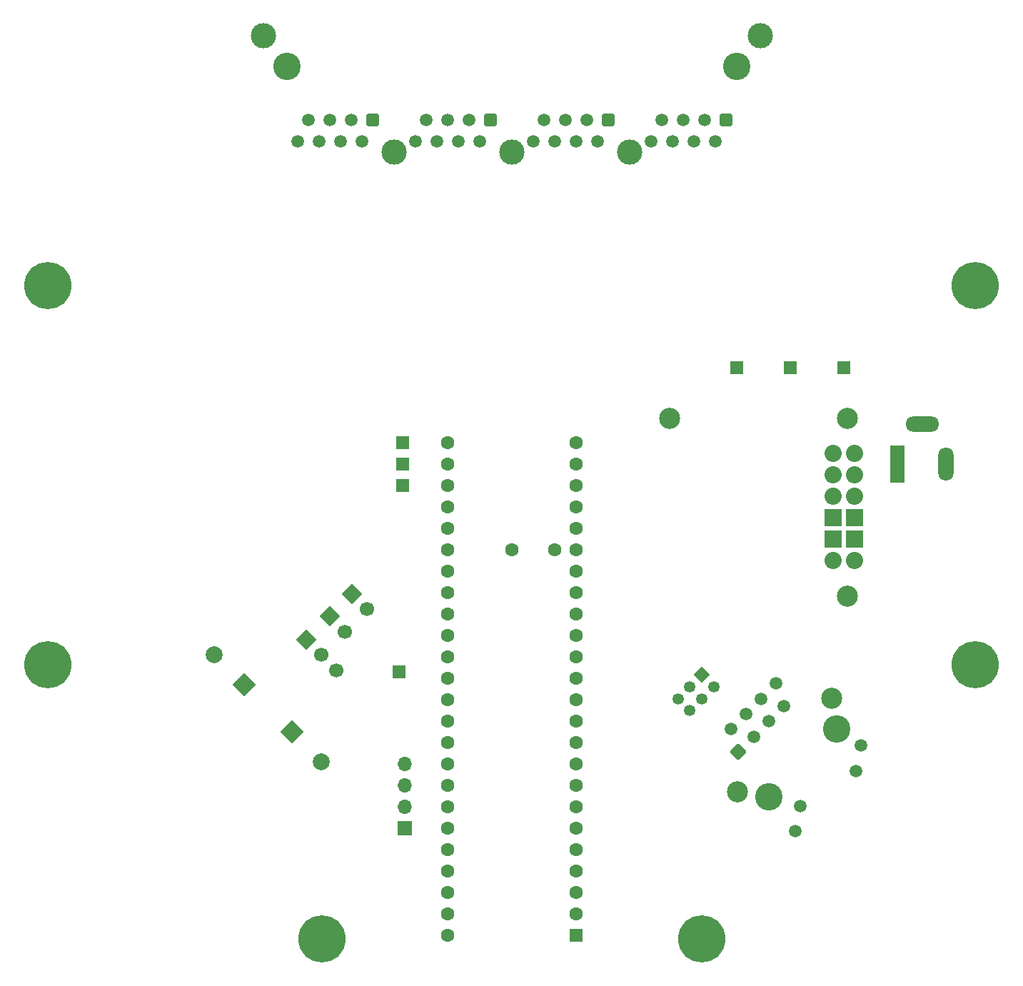
<source format=gbr>
%TF.GenerationSoftware,KiCad,Pcbnew,7.0.5-0*%
%TF.CreationDate,2024-01-08T12:29:38+01:00*%
%TF.ProjectId,mollusc_motion_board,6d6f6c6c-7573-4635-9f6d-6f74696f6e5f,rev?*%
%TF.SameCoordinates,Original*%
%TF.FileFunction,Soldermask,Bot*%
%TF.FilePolarity,Negative*%
%FSLAX46Y46*%
G04 Gerber Fmt 4.6, Leading zero omitted, Abs format (unit mm)*
G04 Created by KiCad (PCBNEW 7.0.5-0) date 2024-01-08 12:29:38*
%MOMM*%
%LPD*%
G01*
G04 APERTURE LIST*
G04 Aperture macros list*
%AMRoundRect*
0 Rectangle with rounded corners*
0 $1 Rounding radius*
0 $2 $3 $4 $5 $6 $7 $8 $9 X,Y pos of 4 corners*
0 Add a 4 corners polygon primitive as box body*
4,1,4,$2,$3,$4,$5,$6,$7,$8,$9,$2,$3,0*
0 Add four circle primitives for the rounded corners*
1,1,$1+$1,$2,$3*
1,1,$1+$1,$4,$5*
1,1,$1+$1,$6,$7*
1,1,$1+$1,$8,$9*
0 Add four rect primitives between the rounded corners*
20,1,$1+$1,$2,$3,$4,$5,0*
20,1,$1+$1,$4,$5,$6,$7,0*
20,1,$1+$1,$6,$7,$8,$9,0*
20,1,$1+$1,$8,$9,$2,$3,0*%
%AMHorizOval*
0 Thick line with rounded ends*
0 $1 width*
0 $2 $3 position (X,Y) of the first rounded end (center of the circle)*
0 $4 $5 position (X,Y) of the second rounded end (center of the circle)*
0 Add line between two ends*
20,1,$1,$2,$3,$4,$5,0*
0 Add two circle primitives to create the rounded ends*
1,1,$1,$2,$3*
1,1,$1,$4,$5*%
%AMRotRect*
0 Rectangle, with rotation*
0 The origin of the aperture is its center*
0 $1 length*
0 $2 width*
0 $3 Rotation angle, in degrees counterclockwise*
0 Add horizontal line*
21,1,$1,$2,0,0,$3*%
G04 Aperture macros list end*
%ADD10R,1.500000X1.500000*%
%ADD11C,5.600000*%
%ADD12RotRect,2.000000X2.000000X135.000000*%
%ADD13C,2.000000*%
%ADD14RotRect,1.700000X1.700000X45.000000*%
%ADD15HorizOval,1.700000X0.000000X0.000000X0.000000X0.000000X0*%
%ADD16R,1.700000X1.700000*%
%ADD17O,1.700000X1.700000*%
%ADD18C,2.500000*%
%ADD19C,2.040000*%
%ADD20R,2.040000X2.040000*%
%ADD21R,1.600000X1.600000*%
%ADD22C,1.600000*%
%ADD23RotRect,1.350000X1.350000X315.000000*%
%ADD24HorizOval,1.350000X0.000000X0.000000X0.000000X0.000000X0*%
%ADD25R,1.800000X4.400000*%
%ADD26O,1.800000X4.000000*%
%ADD27O,4.000000X1.800000*%
%ADD28C,3.250000*%
%ADD29RoundRect,0.250500X0.499500X0.499500X-0.499500X0.499500X-0.499500X-0.499500X0.499500X-0.499500X0*%
%ADD30C,1.500000*%
%ADD31C,3.000000*%
%ADD32RoundRect,0.250500X0.000000X-0.706400X0.706400X0.000000X0.000000X0.706400X-0.706400X0.000000X0*%
%ADD33RotRect,2.000000X2.000000X315.000000*%
G04 APERTURE END LIST*
D10*
%TO.C,TP1*%
X-21980000Y-9800000D03*
%TD*%
%TO.C,TP2*%
X-15616000Y-9800000D03*
%TD*%
D11*
%TO.C,H3*%
X-32500000Y-77500000D03*
%TD*%
D12*
%TO.C,C15*%
X-86730992Y-47329136D03*
D13*
X-90266526Y-43793602D03*
%TD*%
D11*
%TO.C,H1*%
X-110000000Y0D03*
%TD*%
D14*
%TO.C,J1*%
X-79384000Y-42032600D03*
D15*
X-77587949Y-43828651D03*
X-75791898Y-45624702D03*
%TD*%
D11*
%TO.C,H2*%
X-77500000Y-77500000D03*
%TD*%
D16*
%TO.C,J_I2C1*%
X-67700000Y-64410000D03*
D17*
X-67700000Y-61870000D03*
X-67700000Y-59330000D03*
X-67700000Y-56790000D03*
%TD*%
D18*
%TO.C,J6*%
X-15204000Y-36860000D03*
X-36304000Y-15760000D03*
X-15204000Y-15760000D03*
D19*
X-16914000Y-32660000D03*
X-14374000Y-32660000D03*
D20*
X-16914000Y-30120000D03*
X-14374000Y-30120000D03*
X-16914000Y-27580000D03*
X-14374000Y-27580000D03*
D19*
X-16914000Y-25040000D03*
X-14374000Y-25040000D03*
X-16914000Y-22500000D03*
X-14374000Y-22500000D03*
X-16914000Y-19960000D03*
X-14374000Y-19960000D03*
%TD*%
D21*
%TO.C,U9*%
X-47380000Y-77110000D03*
D22*
X-47380000Y-74570000D03*
X-47380000Y-72030000D03*
X-47380000Y-69490000D03*
X-47380000Y-66950000D03*
X-47380000Y-64410000D03*
X-47380000Y-61870000D03*
X-47380000Y-59330000D03*
X-47380000Y-56790000D03*
X-47380000Y-54250000D03*
X-47380000Y-51710000D03*
X-47380000Y-49170000D03*
X-47380000Y-46630000D03*
X-47380000Y-44090000D03*
X-47380000Y-41550000D03*
X-47380000Y-39010000D03*
X-47380000Y-36470000D03*
X-47380000Y-33930000D03*
X-47380000Y-31390000D03*
X-47380000Y-28850000D03*
X-47380000Y-26310000D03*
X-47380000Y-23770000D03*
X-47380000Y-21230000D03*
X-47380000Y-18690000D03*
X-62620000Y-18690000D03*
X-62620000Y-21230000D03*
X-62620000Y-23770000D03*
X-62620000Y-26310000D03*
X-62620000Y-28850000D03*
X-62620000Y-31390000D03*
X-62620000Y-33930000D03*
X-62620000Y-36470000D03*
X-62620000Y-39010000D03*
X-62620000Y-41550000D03*
X-62620000Y-44090000D03*
X-62620000Y-46630000D03*
X-62620000Y-49170000D03*
X-62620000Y-51710000D03*
X-62620000Y-54250000D03*
X-62620000Y-56790000D03*
X-62620000Y-59330000D03*
X-62620000Y-61870000D03*
X-62620000Y-64410000D03*
X-62620000Y-66950000D03*
X-62620000Y-69490000D03*
X-62620000Y-72030000D03*
X-62620000Y-74570000D03*
X-62620000Y-77110000D03*
X-49920000Y-31390000D03*
X-55000000Y-31390000D03*
%TD*%
D14*
%TO.C,J8*%
X-73935561Y-36584439D03*
D15*
X-72139510Y-38380490D03*
%TD*%
D10*
%TO.C,TP_END_S3*%
X-67954000Y-18690000D03*
%TD*%
D14*
%TO.C,J7*%
X-76590000Y-39264000D03*
D15*
X-74793949Y-41060051D03*
%TD*%
D23*
%TO.C,J5*%
X-32464344Y-46191031D03*
D24*
X-31050130Y-47605245D03*
X-33878558Y-47605245D03*
X-32464344Y-49019458D03*
X-35292771Y-49019458D03*
X-33878558Y-50433672D03*
%TD*%
D25*
%TO.C,J2*%
X-9294000Y-21230000D03*
D26*
X-3494000Y-21230000D03*
D27*
X-6294000Y-16430000D03*
%TD*%
D10*
%TO.C,TP_END_S2*%
X-67954000Y-21224000D03*
%TD*%
D11*
%TO.C,H4*%
X-110000000Y-45000000D03*
%TD*%
D10*
%TO.C,TP4*%
X-68335000Y-45868000D03*
%TD*%
%TO.C,TP_END_S1*%
X-67954000Y-23770000D03*
%TD*%
D28*
%TO.C,J4*%
X-28340000Y25927000D03*
X-81680000Y25927000D03*
D29*
X-29610000Y19577000D03*
D30*
X-30870000Y17037000D03*
X-32150000Y19577000D03*
X-33410000Y17037000D03*
X-34690000Y19577000D03*
X-35950000Y17037000D03*
X-37230000Y19577000D03*
X-38490000Y17037000D03*
D29*
X-43580000Y19577000D03*
D30*
X-44840000Y17037000D03*
X-46120000Y19577000D03*
X-47380000Y17037000D03*
X-48660000Y19577000D03*
X-49920000Y17037000D03*
X-51200000Y19577000D03*
X-52460000Y17037000D03*
D29*
X-57550000Y19577000D03*
D30*
X-58810000Y17037000D03*
X-60090000Y19577000D03*
X-61350000Y17037000D03*
X-62630000Y19577000D03*
X-63890000Y17037000D03*
X-65170000Y19577000D03*
X-66430000Y17037000D03*
D29*
X-71520000Y19577000D03*
D30*
X-72780000Y17037000D03*
X-74060000Y19577000D03*
X-75320000Y17037000D03*
X-76600000Y19577000D03*
X-77860000Y17037000D03*
X-79140000Y19577000D03*
X-80400000Y17037000D03*
D31*
X-25560000Y29607000D03*
X-41040000Y15767000D03*
X-55010000Y15767000D03*
X-68980000Y15767000D03*
X-84460000Y29607000D03*
%TD*%
D10*
%TO.C,TP3*%
X-28316000Y-9765000D03*
%TD*%
D28*
%TO.C,J3*%
X-24520000Y-60690256D03*
X-16437769Y-52608025D03*
D32*
X-28112102Y-55302102D03*
D30*
X-29010128Y-52608025D03*
X-26316051Y-53506051D03*
X-27214076Y-50811974D03*
X-24520000Y-51710000D03*
X-25418025Y-49015923D03*
X-22723948Y-49913948D03*
X-23621974Y-47219871D03*
X-21359232Y-64713693D03*
X-20765263Y-61715561D03*
X-14210383Y-57564844D03*
X-13616413Y-54566711D03*
D18*
X-28204026Y-60060931D03*
X-17067094Y-48923999D03*
%TD*%
D33*
%TO.C,C18*%
X-81099136Y-52960992D03*
D13*
X-77563602Y-56496526D03*
%TD*%
D11*
%TO.C,H5*%
X0Y0D03*
%TD*%
%TO.C,H6*%
X0Y-45000000D03*
%TD*%
M02*

</source>
